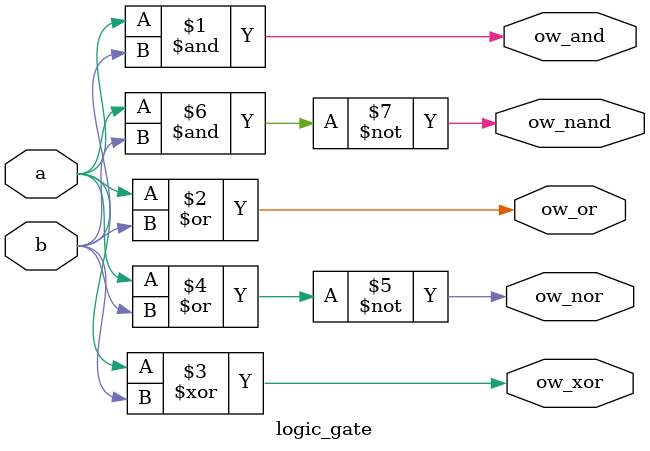
<source format=v>
`timescale 1ns / 1ps


module logic_gate (
    input a, b,
    output wire ow_and, ow_or, ow_nor, ow_nand, ow_xor,
);

// and gate
assign ow_and = a & b;
// or gate
assign ow_or = a | b;
// xor gate
assign ow_xor = a ^ b;
// nor gate
assign ow_nor = ~(a | b);
// nand gate
assign ow_nand = ~(a & b);

endmodule
</source>
